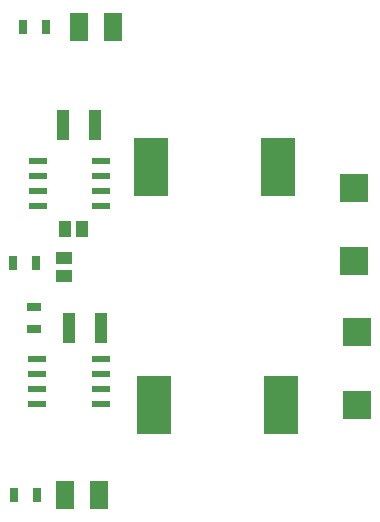
<source format=gtp>
G04*
G04 #@! TF.GenerationSoftware,Altium Limited,Altium Designer,19.0.15 (446)*
G04*
G04 Layer_Color=8421504*
%FSLAX25Y25*%
%MOIN*%
G70*
G01*
G75*
%ADD13R,0.05906X0.02362*%
%ADD14R,0.11221X0.19488*%
%ADD15R,0.09646X0.09252*%
%ADD16R,0.02756X0.05118*%
%ADD17R,0.05118X0.02756*%
%ADD18R,0.04331X0.05512*%
%ADD19R,0.06299X0.09449*%
%ADD20R,0.04331X0.10236*%
%ADD21R,0.05512X0.04331*%
D13*
X172500Y138000D02*
D03*
Y133000D02*
D03*
Y128000D02*
D03*
Y123000D02*
D03*
X151240D02*
D03*
Y128000D02*
D03*
Y133000D02*
D03*
Y138000D02*
D03*
X172730Y204100D02*
D03*
Y199100D02*
D03*
Y194100D02*
D03*
Y189100D02*
D03*
X151470D02*
D03*
Y194100D02*
D03*
Y199100D02*
D03*
Y204100D02*
D03*
D14*
X232760Y122795D02*
D03*
X190240D02*
D03*
X189240Y202100D02*
D03*
X231760D02*
D03*
D15*
X258000Y147205D02*
D03*
Y122795D02*
D03*
X257000Y170795D02*
D03*
Y195205D02*
D03*
D16*
X150840Y170000D02*
D03*
X143360D02*
D03*
X151240Y92600D02*
D03*
X143760D02*
D03*
X154240Y248800D02*
D03*
X146760D02*
D03*
D17*
X150400Y148060D02*
D03*
Y155540D02*
D03*
D18*
X166453Y181500D02*
D03*
X160547D02*
D03*
D19*
X172000Y92600D02*
D03*
X160780D02*
D03*
X165390Y248800D02*
D03*
X176610D02*
D03*
D20*
X161870Y148500D02*
D03*
X172500D02*
D03*
X159870Y216100D02*
D03*
X170500D02*
D03*
D21*
X160300Y165795D02*
D03*
Y171700D02*
D03*
M02*

</source>
